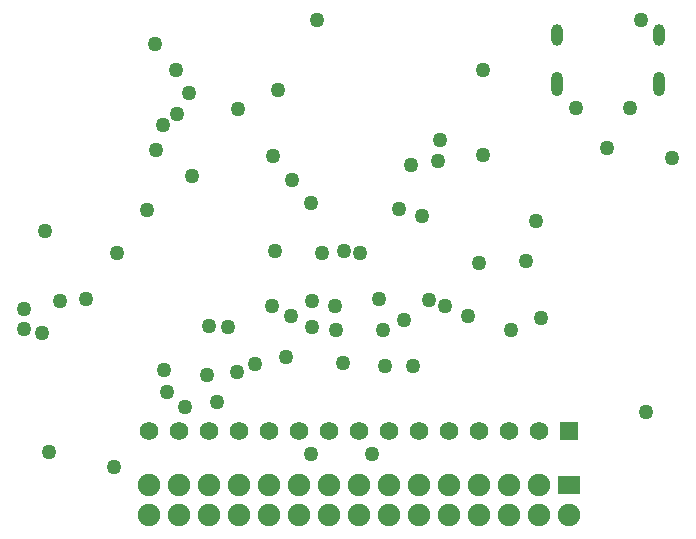
<source format=gbr>
%TF.GenerationSoftware,KiCad,Pcbnew,9.0.6*%
%TF.CreationDate,2025-12-04T12:23:30+01:00*%
%TF.ProjectId,Motherboard,4d6f7468-6572-4626-9f61-72642e6b6963,rev?*%
%TF.SameCoordinates,Original*%
%TF.FileFunction,Copper,L2,Inr*%
%TF.FilePolarity,Positive*%
%FSLAX46Y46*%
G04 Gerber Fmt 4.6, Leading zero omitted, Abs format (unit mm)*
G04 Created by KiCad (PCBNEW 9.0.6) date 2025-12-04 12:23:30*
%MOMM*%
%LPD*%
G01*
G04 APERTURE LIST*
%TA.AperFunction,ComponentPad*%
%ADD10R,1.900000X1.574800*%
%TD*%
%TA.AperFunction,ComponentPad*%
%ADD11C,1.900000*%
%TD*%
%TA.AperFunction,ComponentPad*%
%ADD12C,1.570000*%
%TD*%
%TA.AperFunction,ComponentPad*%
%ADD13R,1.570000X1.570000*%
%TD*%
%TA.AperFunction,ComponentPad*%
%ADD14O,1.000000X1.850000*%
%TD*%
%TA.AperFunction,ComponentPad*%
%ADD15O,1.000000X2.100000*%
%TD*%
%TA.AperFunction,ComponentPad*%
%ADD16C,0.001000*%
%TD*%
%TA.AperFunction,ViaPad*%
%ADD17C,1.270000*%
%TD*%
G04 APERTURE END LIST*
D10*
%TO.N,GND*%
%TO.C,J2*%
X166306099Y-122495115D03*
D11*
%TO.N,+3.3*%
X166306099Y-125035115D03*
%TO.N,GND*%
X163766099Y-122495115D03*
%TO.N,+3.3*%
X163766099Y-125035115D03*
%TO.N,GND*%
X161226099Y-122495115D03*
%TO.N,+3.3*%
X161226099Y-125035115D03*
%TO.N,GND*%
X158686099Y-122495115D03*
%TO.N,+3.3*%
X158686099Y-125035115D03*
%TO.N,GND*%
X156146099Y-122495115D03*
%TO.N,+3.3*%
X156146099Y-125035115D03*
%TO.N,GND*%
X153606099Y-122495115D03*
%TO.N,+3.3*%
X153606099Y-125035115D03*
%TO.N,GND*%
X151066099Y-122495115D03*
%TO.N,+3.3*%
X151066099Y-125035115D03*
%TO.N,GND*%
X148526099Y-122495115D03*
%TO.N,+3.3*%
X148526099Y-125035115D03*
%TO.N,GND*%
X145986099Y-122495115D03*
%TO.N,+3.3*%
X145986099Y-125035115D03*
%TO.N,GND*%
X143446099Y-122495115D03*
%TO.N,+3.3*%
X143446099Y-125035115D03*
%TO.N,GND*%
X140906099Y-122495115D03*
%TO.N,+5*%
X140906099Y-125035115D03*
%TO.N,GND*%
X138366099Y-122495115D03*
%TO.N,+5*%
X138366099Y-125035115D03*
%TO.N,GND*%
X135826099Y-122495115D03*
%TO.N,+5*%
X135826099Y-125035115D03*
%TO.N,GND*%
X133286099Y-122495115D03*
%TO.N,+5*%
X133286099Y-125035115D03*
%TO.N,GND*%
X130746099Y-122495115D03*
%TO.N,+5*%
X130746099Y-125035115D03*
%TD*%
D12*
%TO.N,/IO44*%
%TO.C,J1*%
X130746099Y-117923115D03*
%TO.N,/IO43*%
X133286099Y-117923115D03*
%TO.N,/IO38*%
X135826099Y-117923115D03*
%TO.N,/IO18*%
X138366099Y-117923115D03*
%TO.N,/IO17*%
X140906099Y-117923115D03*
%TO.N,/IO15*%
X143446099Y-117923115D03*
%TO.N,/IO10*%
X145986099Y-117923115D03*
%TO.N,/IO9*%
X148526099Y-117923115D03*
%TO.N,/IO8*%
X151066099Y-117923115D03*
%TO.N,/IO7*%
X153606099Y-117923115D03*
%TO.N,/IO6*%
X156146099Y-117923115D03*
%TO.N,/IO5*%
X158686099Y-117923115D03*
%TO.N,/IO4*%
X161226099Y-117923115D03*
%TO.N,/IO02*%
X163766099Y-117923115D03*
D13*
%TO.N,/IO01*%
X166306099Y-117923115D03*
%TD*%
D14*
%TO.N,GND*%
%TO.C,USB1*%
X165265099Y-84395115D03*
D15*
X165265099Y-88545115D03*
D14*
X173905109Y-84395115D03*
D15*
X173905109Y-88545115D03*
D16*
%TO.N,*%
X166695119Y-87995105D03*
X172475089Y-87995105D03*
%TD*%
D17*
%TO.N,/IO44*%
X159042099Y-94529715D03*
%TO.N,/IO43*%
X133032499Y-87341515D03*
X159042099Y-87341515D03*
%TO.N,/IO38*%
X155384499Y-93259715D03*
X131356099Y-94174115D03*
%TO.N,/IO17*%
X141262099Y-94631315D03*
X134404099Y-96333115D03*
%TO.N,/IO9*%
X141439899Y-102708515D03*
X141135099Y-107382115D03*
%TO.N,/IO8*%
X138239499Y-112919315D03*
%TO.N,/IO7*%
X133769099Y-115891115D03*
X138290299Y-90668915D03*
X134175499Y-89297315D03*
%TO.N,/IO6*%
X132016499Y-112741515D03*
X141643099Y-89094115D03*
X131906869Y-92029495D03*
%TO.N,/IO5*%
X136537699Y-115484715D03*
%TO.N,/IO4*%
X135648699Y-113150705D03*
%TO.N,/BUZZER_SIG*%
X131279899Y-85182515D03*
X155232099Y-95063115D03*
%TO.N,/SEGG*%
X147180299Y-112157315D03*
%TO.N,/SEGF*%
X132245099Y-114595715D03*
X133134099Y-91075315D03*
X144485109Y-119853515D03*
%TO.N,/DIG1*%
X142782629Y-108213975D03*
%TO.N,/SEGDP*%
X163487099Y-100143115D03*
%TO.N,/DIG3*%
X144564099Y-109109315D03*
X137426699Y-109083915D03*
%TO.N,/SEGE*%
X148653499Y-102860915D03*
%TO.N,/SEGC*%
X146596099Y-109414115D03*
X135801099Y-109007715D03*
%TO.N,/DIG0*%
X154495089Y-106797915D03*
%TO.N,/DIG2*%
X150609299Y-109363315D03*
%TO.N,/DIG5*%
X144564099Y-106950315D03*
%TO.N,/SEGD*%
X155841699Y-107356715D03*
%TO.N,/DIG7*%
X147256499Y-102708515D03*
%TO.N,/SEGB*%
X142379699Y-111649315D03*
%TO.N,/SEGA*%
X150736299Y-112385915D03*
%TO.N,/DIG6*%
X150202899Y-106772515D03*
X158661099Y-103699115D03*
%TO.N,/DIG4*%
X153149299Y-112385915D03*
%TO.N,/SCL*%
X161404299Y-109363315D03*
X121704099Y-109668115D03*
%TO.N,/SDA*%
X163969699Y-108321915D03*
X120180099Y-109287115D03*
X157772099Y-108215285D03*
X125437899Y-106747115D03*
%TO.N,/B2*%
X151930099Y-99127115D03*
X152971089Y-95444115D03*
X130594099Y-99254115D03*
%TO.N,/B1*%
X153860499Y-99685915D03*
X162648899Y-103572115D03*
%TO.N,/fuse*%
X166916099Y-90618115D03*
X171488099Y-90618115D03*
%TO.N,GND*%
X146494499Y-107305915D03*
X145402099Y-102861115D03*
X121958099Y-101032115D03*
X144467329Y-98614285D03*
X120180099Y-107636115D03*
X152387299Y-108550515D03*
X123202699Y-106950315D03*
X128054099Y-102837085D03*
%TO.N,D_P*%
X142836899Y-96637915D03*
X175060099Y-94783715D03*
X169532299Y-93970915D03*
%TO.N,D_N*%
X144970499Y-83150515D03*
X172377099Y-83133095D03*
%TO.N,+5*%
X139738099Y-112258915D03*
X127800099Y-120971115D03*
X149646079Y-119853515D03*
X172808899Y-116297515D03*
%TO.N,+3.3*%
X122331119Y-119718535D03*
%TD*%
M02*

</source>
